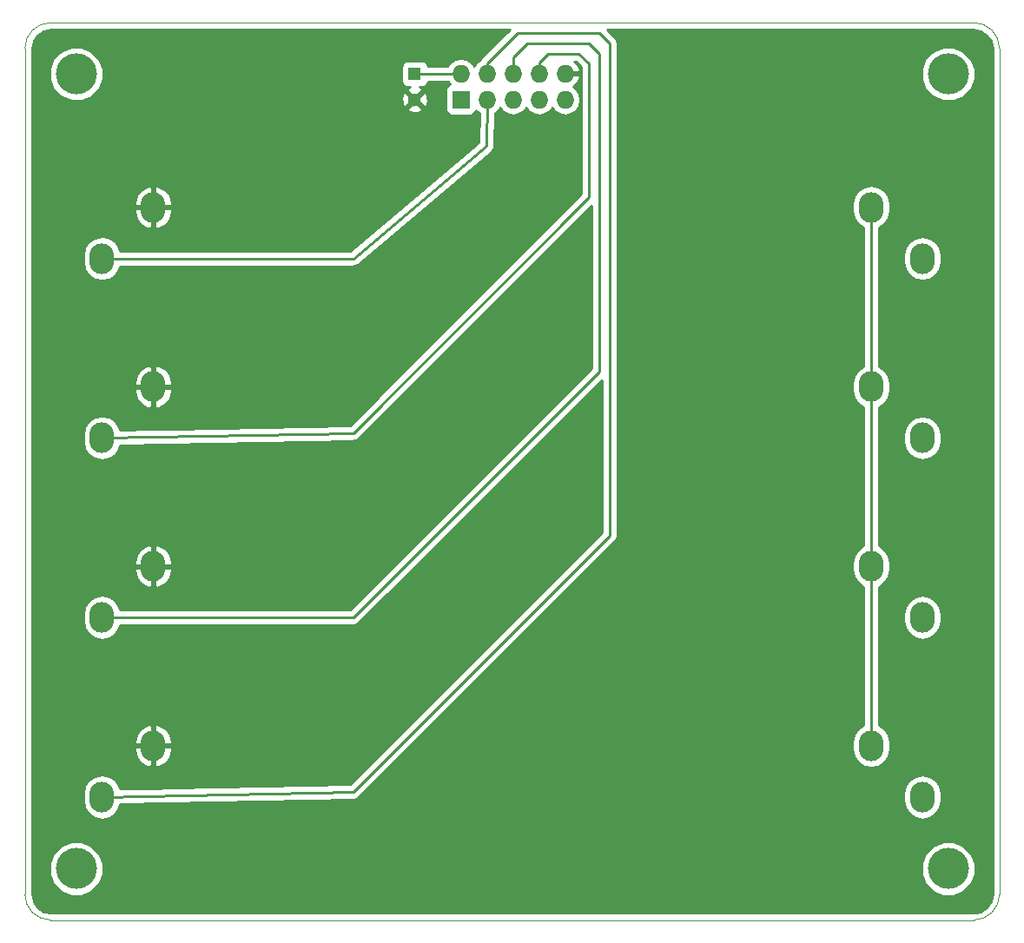
<source format=gtl>
G04 #@! TF.FileFunction,Copper,L1,Top,Signal*
%FSLAX46Y46*%
G04 Gerber Fmt 4.6, Leading zero omitted, Abs format (unit mm)*
G04 Created by KiCad (PCBNEW (2015-01-16 BZR 5376)-product) date 26/03/2015 17:18:18*
%MOMM*%
G01*
G04 APERTURE LIST*
%ADD10C,0.100000*%
%ADD11R,1.300000X1.300000*%
%ADD12C,1.300000*%
%ADD13O,2.400000X3.000000*%
%ADD14R,1.727200X1.727200*%
%ADD15O,1.727200X1.727200*%
%ADD16C,4.000000*%
%ADD17C,0.254000*%
G04 APERTURE END LIST*
D10*
X85000000Y-127500000D02*
X85000000Y-130000000D01*
X180000000Y-127500000D02*
X180000000Y-130000000D01*
X85000000Y-125000000D02*
X85000000Y-127500000D01*
X180000000Y-125000000D02*
X180000000Y-127500000D01*
X85000000Y-125000000D02*
X85000000Y-47500000D01*
X177500000Y-132500000D02*
X87500000Y-132500000D01*
X180000000Y-47500000D02*
X180000000Y-125000000D01*
X87500000Y-45000000D02*
G75*
G03X85000000Y-47500000I0J-2500000D01*
G01*
X85000000Y-130000000D02*
G75*
G03X87500000Y-132500000I2500000J0D01*
G01*
X177500000Y-132500000D02*
G75*
G03X180000000Y-130000000I0J2500000D01*
G01*
X180000000Y-47500000D02*
G75*
G03X177500000Y-45000000I-2500000J0D01*
G01*
X87500000Y-45000000D02*
X177500000Y-45000000D01*
D11*
X123000000Y-50000000D03*
D12*
X123000000Y-52500000D03*
D13*
X97500000Y-63000000D03*
X92500000Y-68000000D03*
X167500000Y-63000000D03*
X172500000Y-68000000D03*
X97500000Y-80500000D03*
X92500000Y-85500000D03*
X167500000Y-80500000D03*
X172500000Y-85500000D03*
X97500000Y-98000000D03*
X92500000Y-103000000D03*
X167500000Y-98000000D03*
X172500000Y-103000000D03*
X97500000Y-115500000D03*
X92500000Y-120500000D03*
X167500000Y-115500000D03*
X172500000Y-120500000D03*
D14*
X127500000Y-52500000D03*
D15*
X127500000Y-49960000D03*
X130040000Y-52500000D03*
X130040000Y-49960000D03*
X132580000Y-52500000D03*
X132580000Y-49960000D03*
X135120000Y-52500000D03*
X135120000Y-49960000D03*
X137660000Y-52500000D03*
X137660000Y-49960000D03*
D16*
X90000000Y-50000000D03*
X175000000Y-50000000D03*
X90000000Y-127500000D03*
X175000000Y-127500000D03*
D17*
X117000000Y-68000000D02*
X130000000Y-57000000D01*
X130000000Y-57000000D02*
X130040000Y-52500000D01*
X92500000Y-68000000D02*
X117000000Y-68000000D01*
X117000000Y-85000000D02*
X140000000Y-62000000D01*
X140000000Y-62000000D02*
X140000000Y-49000000D01*
X140000000Y-49000000D02*
X139000000Y-48000000D01*
X139000000Y-48000000D02*
X136000000Y-48000000D01*
X136000000Y-48000000D02*
X135120000Y-48880000D01*
X135120000Y-48880000D02*
X135120000Y-49960000D01*
X92500000Y-85500000D02*
X117000000Y-85000000D01*
X167500000Y-115500000D02*
X167500000Y-98000000D01*
X167500000Y-98000000D02*
X167500000Y-80500000D01*
X167500000Y-80500000D02*
X167500000Y-63000000D01*
X127460000Y-50000000D02*
X127500000Y-49960000D01*
X123000000Y-50000000D02*
X127460000Y-50000000D01*
X132580000Y-48420000D02*
X134000000Y-47000000D01*
X134000000Y-47000000D02*
X140000000Y-47000000D01*
X140000000Y-47000000D02*
X141000000Y-48000000D01*
X141000000Y-48000000D02*
X141000000Y-79000000D01*
X141000000Y-79000000D02*
X117000000Y-103000000D01*
X117000000Y-103000000D02*
X92500000Y-103000000D01*
X132580000Y-49960000D02*
X132580000Y-48420000D01*
X130040000Y-48960000D02*
X133000000Y-46000000D01*
X133000000Y-46000000D02*
X141000000Y-46000000D01*
X141000000Y-46000000D02*
X142000000Y-47000000D01*
X142000000Y-47000000D02*
X142000000Y-95000000D01*
X142000000Y-95000000D02*
X117000000Y-120000000D01*
X117000000Y-120000000D02*
X92500000Y-120500000D01*
X130040000Y-49960000D02*
X130040000Y-48960000D01*
G36*
X179315000Y-129932532D02*
X179164442Y-130689435D01*
X178773908Y-131273910D01*
X178189434Y-131664443D01*
X177635457Y-131774635D01*
X177635457Y-126978166D01*
X177635457Y-49478166D01*
X177235147Y-48509342D01*
X176494557Y-47767458D01*
X175526433Y-47365458D01*
X174478166Y-47364543D01*
X173509342Y-47764853D01*
X172767458Y-48505443D01*
X172365458Y-49473567D01*
X172364543Y-50521834D01*
X172764853Y-51490658D01*
X173505443Y-52232542D01*
X174473567Y-52634542D01*
X175521834Y-52635457D01*
X176490658Y-52235147D01*
X177232542Y-51494557D01*
X177634542Y-50526433D01*
X177635457Y-49478166D01*
X177635457Y-126978166D01*
X177235147Y-126009342D01*
X176494557Y-125267458D01*
X175526433Y-124865458D01*
X174478166Y-124864543D01*
X174335000Y-124923697D01*
X174335000Y-120841827D01*
X174335000Y-120158173D01*
X174335000Y-103341827D01*
X174335000Y-102658173D01*
X174335000Y-85841827D01*
X174335000Y-85158173D01*
X174335000Y-68341827D01*
X174335000Y-67658173D01*
X174195319Y-66955949D01*
X173797541Y-66360632D01*
X173202224Y-65962854D01*
X172500000Y-65823173D01*
X171797776Y-65962854D01*
X171202459Y-66360632D01*
X170804681Y-66955949D01*
X170665000Y-67658173D01*
X170665000Y-68341827D01*
X170804681Y-69044051D01*
X171202459Y-69639368D01*
X171797776Y-70037146D01*
X172500000Y-70176827D01*
X173202224Y-70037146D01*
X173797541Y-69639368D01*
X174195319Y-69044051D01*
X174335000Y-68341827D01*
X174335000Y-85158173D01*
X174195319Y-84455949D01*
X173797541Y-83860632D01*
X173202224Y-83462854D01*
X172500000Y-83323173D01*
X171797776Y-83462854D01*
X171202459Y-83860632D01*
X170804681Y-84455949D01*
X170665000Y-85158173D01*
X170665000Y-85841827D01*
X170804681Y-86544051D01*
X171202459Y-87139368D01*
X171797776Y-87537146D01*
X172500000Y-87676827D01*
X173202224Y-87537146D01*
X173797541Y-87139368D01*
X174195319Y-86544051D01*
X174335000Y-85841827D01*
X174335000Y-102658173D01*
X174195319Y-101955949D01*
X173797541Y-101360632D01*
X173202224Y-100962854D01*
X172500000Y-100823173D01*
X171797776Y-100962854D01*
X171202459Y-101360632D01*
X170804681Y-101955949D01*
X170665000Y-102658173D01*
X170665000Y-103341827D01*
X170804681Y-104044051D01*
X171202459Y-104639368D01*
X171797776Y-105037146D01*
X172500000Y-105176827D01*
X173202224Y-105037146D01*
X173797541Y-104639368D01*
X174195319Y-104044051D01*
X174335000Y-103341827D01*
X174335000Y-120158173D01*
X174195319Y-119455949D01*
X173797541Y-118860632D01*
X173202224Y-118462854D01*
X172500000Y-118323173D01*
X171797776Y-118462854D01*
X171202459Y-118860632D01*
X170804681Y-119455949D01*
X170665000Y-120158173D01*
X170665000Y-120841827D01*
X170804681Y-121544051D01*
X171202459Y-122139368D01*
X171797776Y-122537146D01*
X172500000Y-122676827D01*
X173202224Y-122537146D01*
X173797541Y-122139368D01*
X174195319Y-121544051D01*
X174335000Y-120841827D01*
X174335000Y-124923697D01*
X173509342Y-125264853D01*
X172767458Y-126005443D01*
X172365458Y-126973567D01*
X172364543Y-128021834D01*
X172764853Y-128990658D01*
X173505443Y-129732542D01*
X174473567Y-130134542D01*
X175521834Y-130135457D01*
X176490658Y-129735147D01*
X177232542Y-128994557D01*
X177634542Y-128026433D01*
X177635457Y-126978166D01*
X177635457Y-131774635D01*
X177432532Y-131815000D01*
X169335000Y-131815000D01*
X169335000Y-115841827D01*
X169335000Y-115158173D01*
X169195319Y-114455949D01*
X168797541Y-113860632D01*
X168262000Y-113502795D01*
X168262000Y-99997204D01*
X168797541Y-99639368D01*
X169195319Y-99044051D01*
X169335000Y-98341827D01*
X169335000Y-97658173D01*
X169195319Y-96955949D01*
X168797541Y-96360632D01*
X168262000Y-96002795D01*
X168262000Y-82497204D01*
X168797541Y-82139368D01*
X169195319Y-81544051D01*
X169335000Y-80841827D01*
X169335000Y-80158173D01*
X169195319Y-79455949D01*
X168797541Y-78860632D01*
X168262000Y-78502795D01*
X168262000Y-64997204D01*
X168797541Y-64639368D01*
X169195319Y-64044051D01*
X169335000Y-63341827D01*
X169335000Y-62658173D01*
X169195319Y-61955949D01*
X168797541Y-61360632D01*
X168202224Y-60962854D01*
X167500000Y-60823173D01*
X166797776Y-60962854D01*
X166202459Y-61360632D01*
X165804681Y-61955949D01*
X165665000Y-62658173D01*
X165665000Y-63341827D01*
X165804681Y-64044051D01*
X166202459Y-64639368D01*
X166738000Y-64997204D01*
X166738000Y-78502795D01*
X166202459Y-78860632D01*
X165804681Y-79455949D01*
X165665000Y-80158173D01*
X165665000Y-80841827D01*
X165804681Y-81544051D01*
X166202459Y-82139368D01*
X166738000Y-82497204D01*
X166738000Y-96002795D01*
X166202459Y-96360632D01*
X165804681Y-96955949D01*
X165665000Y-97658173D01*
X165665000Y-98341827D01*
X165804681Y-99044051D01*
X166202459Y-99639368D01*
X166738000Y-99997204D01*
X166738000Y-113502795D01*
X166202459Y-113860632D01*
X165804681Y-114455949D01*
X165665000Y-115158173D01*
X165665000Y-115841827D01*
X165804681Y-116544051D01*
X166202459Y-117139368D01*
X166797776Y-117537146D01*
X167500000Y-117676827D01*
X168202224Y-117537146D01*
X168797541Y-117139368D01*
X169195319Y-116544051D01*
X169335000Y-115841827D01*
X169335000Y-131815000D01*
X92635457Y-131815000D01*
X92635457Y-126978166D01*
X92235147Y-126009342D01*
X91494557Y-125267458D01*
X90526433Y-124865458D01*
X89478166Y-124864543D01*
X88509342Y-125264853D01*
X87767458Y-126005443D01*
X87365458Y-126973567D01*
X87364543Y-128021834D01*
X87764853Y-128990658D01*
X88505443Y-129732542D01*
X89473567Y-130134542D01*
X90521834Y-130135457D01*
X91490658Y-129735147D01*
X92232542Y-128994557D01*
X92634542Y-128026433D01*
X92635457Y-126978166D01*
X92635457Y-131815000D01*
X87567467Y-131815000D01*
X86810564Y-131664442D01*
X86226089Y-131273908D01*
X85835556Y-130689434D01*
X85685000Y-129932532D01*
X85685000Y-127500000D01*
X85685000Y-125000000D01*
X85685000Y-47567467D01*
X85835556Y-46810565D01*
X86226089Y-46226091D01*
X86810564Y-45835557D01*
X87567467Y-45685000D01*
X132237370Y-45685000D01*
X129501185Y-48421185D01*
X129378347Y-48605024D01*
X128980330Y-48870971D01*
X128770000Y-49185751D01*
X128559670Y-48870971D01*
X128073489Y-48546115D01*
X127500000Y-48432041D01*
X126926511Y-48546115D01*
X126440330Y-48870971D01*
X126195088Y-49238000D01*
X124275709Y-49238000D01*
X124250463Y-49107877D01*
X124110673Y-48895073D01*
X123899640Y-48752623D01*
X123650000Y-48702560D01*
X122350000Y-48702560D01*
X122107877Y-48749537D01*
X121895073Y-48889327D01*
X121752623Y-49100360D01*
X121702560Y-49350000D01*
X121702560Y-50650000D01*
X121749537Y-50892123D01*
X121889327Y-51104927D01*
X122100360Y-51247377D01*
X122350000Y-51297440D01*
X122512385Y-51297440D01*
X122336271Y-51370389D01*
X122280590Y-51600984D01*
X123000000Y-52320395D01*
X123719410Y-51600984D01*
X123663729Y-51370389D01*
X123454098Y-51297440D01*
X123650000Y-51297440D01*
X123892123Y-51250463D01*
X124104927Y-51110673D01*
X124247377Y-50899640D01*
X124274979Y-50762000D01*
X126248543Y-50762000D01*
X126427300Y-51029529D01*
X126394277Y-51035937D01*
X126181473Y-51175727D01*
X126039023Y-51386760D01*
X125988960Y-51636400D01*
X125988960Y-53363600D01*
X126035937Y-53605723D01*
X126175727Y-53818527D01*
X126386760Y-53960977D01*
X126636400Y-54011040D01*
X128363600Y-54011040D01*
X128605723Y-53964063D01*
X128818527Y-53824273D01*
X128960977Y-53613240D01*
X128969179Y-53572340D01*
X128980330Y-53589029D01*
X129266589Y-53780301D01*
X129241134Y-56643932D01*
X124297622Y-60826904D01*
X124297622Y-52680922D01*
X124268083Y-52170572D01*
X124129611Y-51836271D01*
X123899016Y-51780590D01*
X123179605Y-52500000D01*
X123899016Y-53219410D01*
X124129611Y-53163729D01*
X124297622Y-52680922D01*
X124297622Y-60826904D01*
X123719410Y-61316160D01*
X123719410Y-53399016D01*
X123000000Y-52679605D01*
X122820395Y-52859210D01*
X122820395Y-52500000D01*
X122100984Y-51780590D01*
X121870389Y-51836271D01*
X121702378Y-52319078D01*
X121731917Y-52829428D01*
X121870389Y-53163729D01*
X122100984Y-53219410D01*
X122820395Y-52500000D01*
X122820395Y-52859210D01*
X122280590Y-53399016D01*
X122336271Y-53629611D01*
X122819078Y-53797622D01*
X123329428Y-53768083D01*
X123663729Y-53629611D01*
X123719410Y-53399016D01*
X123719410Y-61316160D01*
X116720873Y-67238000D01*
X99335000Y-67238000D01*
X99335000Y-63427000D01*
X99335000Y-63127000D01*
X99335000Y-62873000D01*
X99335000Y-62573000D01*
X99146718Y-61880443D01*
X98707738Y-61312656D01*
X98084891Y-60956080D01*
X97911805Y-60911805D01*
X97627000Y-61028568D01*
X97627000Y-62873000D01*
X99335000Y-62873000D01*
X99335000Y-63127000D01*
X97627000Y-63127000D01*
X97627000Y-64971432D01*
X97911805Y-65088195D01*
X98084891Y-65043920D01*
X98707738Y-64687344D01*
X99146718Y-64119557D01*
X99335000Y-63427000D01*
X99335000Y-67238000D01*
X97373000Y-67238000D01*
X97373000Y-64971432D01*
X97373000Y-63127000D01*
X97373000Y-62873000D01*
X97373000Y-61028568D01*
X97088195Y-60911805D01*
X96915109Y-60956080D01*
X96292262Y-61312656D01*
X95853282Y-61880443D01*
X95665000Y-62573000D01*
X95665000Y-62873000D01*
X97373000Y-62873000D01*
X97373000Y-63127000D01*
X95665000Y-63127000D01*
X95665000Y-63427000D01*
X95853282Y-64119557D01*
X96292262Y-64687344D01*
X96915109Y-65043920D01*
X97088195Y-65088195D01*
X97373000Y-64971432D01*
X97373000Y-67238000D01*
X94251422Y-67238000D01*
X94195319Y-66955949D01*
X93797541Y-66360632D01*
X93202224Y-65962854D01*
X92635457Y-65850117D01*
X92635457Y-49478166D01*
X92235147Y-48509342D01*
X91494557Y-47767458D01*
X90526433Y-47365458D01*
X89478166Y-47364543D01*
X88509342Y-47764853D01*
X87767458Y-48505443D01*
X87365458Y-49473567D01*
X87364543Y-50521834D01*
X87764853Y-51490658D01*
X88505443Y-52232542D01*
X89473567Y-52634542D01*
X90521834Y-52635457D01*
X91490658Y-52235147D01*
X92232542Y-51494557D01*
X92634542Y-50526433D01*
X92635457Y-49478166D01*
X92635457Y-65850117D01*
X92500000Y-65823173D01*
X91797776Y-65962854D01*
X91202459Y-66360632D01*
X90804681Y-66955949D01*
X90665000Y-67658173D01*
X90665000Y-68341827D01*
X90804681Y-69044051D01*
X91202459Y-69639368D01*
X91797776Y-70037146D01*
X92500000Y-70176827D01*
X93202224Y-70037146D01*
X93797541Y-69639368D01*
X94195319Y-69044051D01*
X94251422Y-68762000D01*
X117000000Y-68762000D01*
X117115316Y-68739061D01*
X117232133Y-68725781D01*
X117260169Y-68710248D01*
X117291605Y-68703996D01*
X117389363Y-68638675D01*
X117492208Y-68581700D01*
X130492208Y-57581701D01*
X130510048Y-57559283D01*
X130534004Y-57543583D01*
X130602057Y-57443667D01*
X130677348Y-57349061D01*
X130685250Y-57321526D01*
X130701376Y-57297851D01*
X130726016Y-57179485D01*
X130759367Y-57063281D01*
X130756131Y-57034820D01*
X130761970Y-57006773D01*
X130790513Y-53795600D01*
X131099670Y-53589029D01*
X131310000Y-53274248D01*
X131520330Y-53589029D01*
X132006511Y-53913885D01*
X132580000Y-54027959D01*
X133153489Y-53913885D01*
X133639670Y-53589029D01*
X133850000Y-53274248D01*
X134060330Y-53589029D01*
X134546511Y-53913885D01*
X135120000Y-54027959D01*
X135693489Y-53913885D01*
X136179670Y-53589029D01*
X136390000Y-53274248D01*
X136600330Y-53589029D01*
X137086511Y-53913885D01*
X137660000Y-54027959D01*
X138233489Y-53913885D01*
X138719670Y-53589029D01*
X139044526Y-53102848D01*
X139158600Y-52529359D01*
X139158600Y-52470641D01*
X139044526Y-51897152D01*
X138719670Y-51410971D01*
X138448839Y-51230007D01*
X138866821Y-50848490D01*
X139114968Y-50319027D01*
X138994469Y-50087000D01*
X137787000Y-50087000D01*
X137787000Y-50107000D01*
X137533000Y-50107000D01*
X137533000Y-50087000D01*
X137513000Y-50087000D01*
X137513000Y-49833000D01*
X137533000Y-49833000D01*
X137533000Y-49813000D01*
X137787000Y-49813000D01*
X137787000Y-49833000D01*
X138994469Y-49833000D01*
X139114968Y-49600973D01*
X138866821Y-49071510D01*
X138527729Y-48762000D01*
X138684369Y-48762000D01*
X139238000Y-49315630D01*
X139238000Y-61684370D01*
X116677955Y-84244414D01*
X99335000Y-84598351D01*
X99335000Y-80927000D01*
X99335000Y-80627000D01*
X99335000Y-80373000D01*
X99335000Y-80073000D01*
X99146718Y-79380443D01*
X98707738Y-78812656D01*
X98084891Y-78456080D01*
X97911805Y-78411805D01*
X97627000Y-78528568D01*
X97627000Y-80373000D01*
X99335000Y-80373000D01*
X99335000Y-80627000D01*
X97627000Y-80627000D01*
X97627000Y-82471432D01*
X97911805Y-82588195D01*
X98084891Y-82543920D01*
X98707738Y-82187344D01*
X99146718Y-81619557D01*
X99335000Y-80927000D01*
X99335000Y-84598351D01*
X97373000Y-84638392D01*
X97373000Y-82471432D01*
X97373000Y-80627000D01*
X97373000Y-80373000D01*
X97373000Y-78528568D01*
X97088195Y-78411805D01*
X96915109Y-78456080D01*
X96292262Y-78812656D01*
X95853282Y-79380443D01*
X95665000Y-80073000D01*
X95665000Y-80373000D01*
X97373000Y-80373000D01*
X97373000Y-80627000D01*
X95665000Y-80627000D01*
X95665000Y-80927000D01*
X95853282Y-81619557D01*
X96292262Y-82187344D01*
X96915109Y-82543920D01*
X97088195Y-82588195D01*
X97373000Y-82471432D01*
X97373000Y-84638392D01*
X94244310Y-84702243D01*
X94195319Y-84455949D01*
X93797541Y-83860632D01*
X93202224Y-83462854D01*
X92500000Y-83323173D01*
X91797776Y-83462854D01*
X91202459Y-83860632D01*
X90804681Y-84455949D01*
X90665000Y-85158173D01*
X90665000Y-85841827D01*
X90804681Y-86544051D01*
X91202459Y-87139368D01*
X91797776Y-87537146D01*
X92500000Y-87676827D01*
X93202224Y-87537146D01*
X93797541Y-87139368D01*
X94195319Y-86544051D01*
X94258529Y-86226269D01*
X117015548Y-85761841D01*
X117153312Y-85731503D01*
X117291604Y-85703996D01*
X117298180Y-85699601D01*
X117305909Y-85697900D01*
X117421579Y-85617149D01*
X117538815Y-85538815D01*
X140238000Y-62839630D01*
X140238000Y-78684369D01*
X116684369Y-102238000D01*
X99335000Y-102238000D01*
X99335000Y-98427000D01*
X99335000Y-98127000D01*
X99335000Y-97873000D01*
X99335000Y-97573000D01*
X99146718Y-96880443D01*
X98707738Y-96312656D01*
X98084891Y-95956080D01*
X97911805Y-95911805D01*
X97627000Y-96028568D01*
X97627000Y-97873000D01*
X99335000Y-97873000D01*
X99335000Y-98127000D01*
X97627000Y-98127000D01*
X97627000Y-99971432D01*
X97911805Y-100088195D01*
X98084891Y-100043920D01*
X98707738Y-99687344D01*
X99146718Y-99119557D01*
X99335000Y-98427000D01*
X99335000Y-102238000D01*
X97373000Y-102238000D01*
X97373000Y-99971432D01*
X97373000Y-98127000D01*
X97373000Y-97873000D01*
X97373000Y-96028568D01*
X97088195Y-95911805D01*
X96915109Y-95956080D01*
X96292262Y-96312656D01*
X95853282Y-96880443D01*
X95665000Y-97573000D01*
X95665000Y-97873000D01*
X97373000Y-97873000D01*
X97373000Y-98127000D01*
X95665000Y-98127000D01*
X95665000Y-98427000D01*
X95853282Y-99119557D01*
X96292262Y-99687344D01*
X96915109Y-100043920D01*
X97088195Y-100088195D01*
X97373000Y-99971432D01*
X97373000Y-102238000D01*
X94251422Y-102238000D01*
X94195319Y-101955949D01*
X93797541Y-101360632D01*
X93202224Y-100962854D01*
X92500000Y-100823173D01*
X91797776Y-100962854D01*
X91202459Y-101360632D01*
X90804681Y-101955949D01*
X90665000Y-102658173D01*
X90665000Y-103341827D01*
X90804681Y-104044051D01*
X91202459Y-104639368D01*
X91797776Y-105037146D01*
X92500000Y-105176827D01*
X93202224Y-105037146D01*
X93797541Y-104639368D01*
X94195319Y-104044051D01*
X94251422Y-103762000D01*
X117000000Y-103762000D01*
X117000000Y-103761999D01*
X117291604Y-103703996D01*
X117291605Y-103703996D01*
X117538815Y-103538815D01*
X141238000Y-79839630D01*
X141238000Y-94684370D01*
X116677955Y-119244414D01*
X99335000Y-119598351D01*
X99335000Y-115927000D01*
X99335000Y-115627000D01*
X99335000Y-115373000D01*
X99335000Y-115073000D01*
X99146718Y-114380443D01*
X98707738Y-113812656D01*
X98084891Y-113456080D01*
X97911805Y-113411805D01*
X97627000Y-113528568D01*
X97627000Y-115373000D01*
X99335000Y-115373000D01*
X99335000Y-115627000D01*
X97627000Y-115627000D01*
X97627000Y-117471432D01*
X97911805Y-117588195D01*
X98084891Y-117543920D01*
X98707738Y-117187344D01*
X99146718Y-116619557D01*
X99335000Y-115927000D01*
X99335000Y-119598351D01*
X97373000Y-119638392D01*
X97373000Y-117471432D01*
X97373000Y-115627000D01*
X97373000Y-115373000D01*
X97373000Y-113528568D01*
X97088195Y-113411805D01*
X96915109Y-113456080D01*
X96292262Y-113812656D01*
X95853282Y-114380443D01*
X95665000Y-115073000D01*
X95665000Y-115373000D01*
X97373000Y-115373000D01*
X97373000Y-115627000D01*
X95665000Y-115627000D01*
X95665000Y-115927000D01*
X95853282Y-116619557D01*
X96292262Y-117187344D01*
X96915109Y-117543920D01*
X97088195Y-117588195D01*
X97373000Y-117471432D01*
X97373000Y-119638392D01*
X94244310Y-119702243D01*
X94195319Y-119455949D01*
X93797541Y-118860632D01*
X93202224Y-118462854D01*
X92500000Y-118323173D01*
X91797776Y-118462854D01*
X91202459Y-118860632D01*
X90804681Y-119455949D01*
X90665000Y-120158173D01*
X90665000Y-120841827D01*
X90804681Y-121544051D01*
X91202459Y-122139368D01*
X91797776Y-122537146D01*
X92500000Y-122676827D01*
X93202224Y-122537146D01*
X93797541Y-122139368D01*
X94195319Y-121544051D01*
X94258529Y-121226269D01*
X117015548Y-120761841D01*
X117153312Y-120731503D01*
X117291604Y-120703996D01*
X117298180Y-120699601D01*
X117305909Y-120697900D01*
X117421579Y-120617149D01*
X117538815Y-120538815D01*
X142538815Y-95538815D01*
X142703996Y-95291605D01*
X142761999Y-95000000D01*
X142762000Y-95000000D01*
X142762000Y-47000000D01*
X142703997Y-46708396D01*
X142703996Y-46708395D01*
X142538816Y-46461185D01*
X141762630Y-45685000D01*
X177432532Y-45685000D01*
X178189434Y-45835556D01*
X178773908Y-46226089D01*
X179164442Y-46810564D01*
X179315000Y-47567467D01*
X179315000Y-125000000D01*
X179315000Y-127500000D01*
X179315000Y-129932532D01*
X179315000Y-129932532D01*
G37*
X179315000Y-129932532D02*
X179164442Y-130689435D01*
X178773908Y-131273910D01*
X178189434Y-131664443D01*
X177635457Y-131774635D01*
X177635457Y-126978166D01*
X177635457Y-49478166D01*
X177235147Y-48509342D01*
X176494557Y-47767458D01*
X175526433Y-47365458D01*
X174478166Y-47364543D01*
X173509342Y-47764853D01*
X172767458Y-48505443D01*
X172365458Y-49473567D01*
X172364543Y-50521834D01*
X172764853Y-51490658D01*
X173505443Y-52232542D01*
X174473567Y-52634542D01*
X175521834Y-52635457D01*
X176490658Y-52235147D01*
X177232542Y-51494557D01*
X177634542Y-50526433D01*
X177635457Y-49478166D01*
X177635457Y-126978166D01*
X177235147Y-126009342D01*
X176494557Y-125267458D01*
X175526433Y-124865458D01*
X174478166Y-124864543D01*
X174335000Y-124923697D01*
X174335000Y-120841827D01*
X174335000Y-120158173D01*
X174335000Y-103341827D01*
X174335000Y-102658173D01*
X174335000Y-85841827D01*
X174335000Y-85158173D01*
X174335000Y-68341827D01*
X174335000Y-67658173D01*
X174195319Y-66955949D01*
X173797541Y-66360632D01*
X173202224Y-65962854D01*
X172500000Y-65823173D01*
X171797776Y-65962854D01*
X171202459Y-66360632D01*
X170804681Y-66955949D01*
X170665000Y-67658173D01*
X170665000Y-68341827D01*
X170804681Y-69044051D01*
X171202459Y-69639368D01*
X171797776Y-70037146D01*
X172500000Y-70176827D01*
X173202224Y-70037146D01*
X173797541Y-69639368D01*
X174195319Y-69044051D01*
X174335000Y-68341827D01*
X174335000Y-85158173D01*
X174195319Y-84455949D01*
X173797541Y-83860632D01*
X173202224Y-83462854D01*
X172500000Y-83323173D01*
X171797776Y-83462854D01*
X171202459Y-83860632D01*
X170804681Y-84455949D01*
X170665000Y-85158173D01*
X170665000Y-85841827D01*
X170804681Y-86544051D01*
X171202459Y-87139368D01*
X171797776Y-87537146D01*
X172500000Y-87676827D01*
X173202224Y-87537146D01*
X173797541Y-87139368D01*
X174195319Y-86544051D01*
X174335000Y-85841827D01*
X174335000Y-102658173D01*
X174195319Y-101955949D01*
X173797541Y-101360632D01*
X173202224Y-100962854D01*
X172500000Y-100823173D01*
X171797776Y-100962854D01*
X171202459Y-101360632D01*
X170804681Y-101955949D01*
X170665000Y-102658173D01*
X170665000Y-103341827D01*
X170804681Y-104044051D01*
X171202459Y-104639368D01*
X171797776Y-105037146D01*
X172500000Y-105176827D01*
X173202224Y-105037146D01*
X173797541Y-104639368D01*
X174195319Y-104044051D01*
X174335000Y-103341827D01*
X174335000Y-120158173D01*
X174195319Y-119455949D01*
X173797541Y-118860632D01*
X173202224Y-118462854D01*
X172500000Y-118323173D01*
X171797776Y-118462854D01*
X171202459Y-118860632D01*
X170804681Y-119455949D01*
X170665000Y-120158173D01*
X170665000Y-120841827D01*
X170804681Y-121544051D01*
X171202459Y-122139368D01*
X171797776Y-122537146D01*
X172500000Y-122676827D01*
X173202224Y-122537146D01*
X173797541Y-122139368D01*
X174195319Y-121544051D01*
X174335000Y-120841827D01*
X174335000Y-124923697D01*
X173509342Y-125264853D01*
X172767458Y-126005443D01*
X172365458Y-126973567D01*
X172364543Y-128021834D01*
X172764853Y-128990658D01*
X173505443Y-129732542D01*
X174473567Y-130134542D01*
X175521834Y-130135457D01*
X176490658Y-129735147D01*
X177232542Y-128994557D01*
X177634542Y-128026433D01*
X177635457Y-126978166D01*
X177635457Y-131774635D01*
X177432532Y-131815000D01*
X169335000Y-131815000D01*
X169335000Y-115841827D01*
X169335000Y-115158173D01*
X169195319Y-114455949D01*
X168797541Y-113860632D01*
X168262000Y-113502795D01*
X168262000Y-99997204D01*
X168797541Y-99639368D01*
X169195319Y-99044051D01*
X169335000Y-98341827D01*
X169335000Y-97658173D01*
X169195319Y-96955949D01*
X168797541Y-96360632D01*
X168262000Y-96002795D01*
X168262000Y-82497204D01*
X168797541Y-82139368D01*
X169195319Y-81544051D01*
X169335000Y-80841827D01*
X169335000Y-80158173D01*
X169195319Y-79455949D01*
X168797541Y-78860632D01*
X168262000Y-78502795D01*
X168262000Y-64997204D01*
X168797541Y-64639368D01*
X169195319Y-64044051D01*
X169335000Y-63341827D01*
X169335000Y-62658173D01*
X169195319Y-61955949D01*
X168797541Y-61360632D01*
X168202224Y-60962854D01*
X167500000Y-60823173D01*
X166797776Y-60962854D01*
X166202459Y-61360632D01*
X165804681Y-61955949D01*
X165665000Y-62658173D01*
X165665000Y-63341827D01*
X165804681Y-64044051D01*
X166202459Y-64639368D01*
X166738000Y-64997204D01*
X166738000Y-78502795D01*
X166202459Y-78860632D01*
X165804681Y-79455949D01*
X165665000Y-80158173D01*
X165665000Y-80841827D01*
X165804681Y-81544051D01*
X166202459Y-82139368D01*
X166738000Y-82497204D01*
X166738000Y-96002795D01*
X166202459Y-96360632D01*
X165804681Y-96955949D01*
X165665000Y-97658173D01*
X165665000Y-98341827D01*
X165804681Y-99044051D01*
X166202459Y-99639368D01*
X166738000Y-99997204D01*
X166738000Y-113502795D01*
X166202459Y-113860632D01*
X165804681Y-114455949D01*
X165665000Y-115158173D01*
X165665000Y-115841827D01*
X165804681Y-116544051D01*
X166202459Y-117139368D01*
X166797776Y-117537146D01*
X167500000Y-117676827D01*
X168202224Y-117537146D01*
X168797541Y-117139368D01*
X169195319Y-116544051D01*
X169335000Y-115841827D01*
X169335000Y-131815000D01*
X92635457Y-131815000D01*
X92635457Y-126978166D01*
X92235147Y-126009342D01*
X91494557Y-125267458D01*
X90526433Y-124865458D01*
X89478166Y-124864543D01*
X88509342Y-125264853D01*
X87767458Y-126005443D01*
X87365458Y-126973567D01*
X87364543Y-128021834D01*
X87764853Y-128990658D01*
X88505443Y-129732542D01*
X89473567Y-130134542D01*
X90521834Y-130135457D01*
X91490658Y-129735147D01*
X92232542Y-128994557D01*
X92634542Y-128026433D01*
X92635457Y-126978166D01*
X92635457Y-131815000D01*
X87567467Y-131815000D01*
X86810564Y-131664442D01*
X86226089Y-131273908D01*
X85835556Y-130689434D01*
X85685000Y-129932532D01*
X85685000Y-127500000D01*
X85685000Y-125000000D01*
X85685000Y-47567467D01*
X85835556Y-46810565D01*
X86226089Y-46226091D01*
X86810564Y-45835557D01*
X87567467Y-45685000D01*
X132237370Y-45685000D01*
X129501185Y-48421185D01*
X129378347Y-48605024D01*
X128980330Y-48870971D01*
X128770000Y-49185751D01*
X128559670Y-48870971D01*
X128073489Y-48546115D01*
X127500000Y-48432041D01*
X126926511Y-48546115D01*
X126440330Y-48870971D01*
X126195088Y-49238000D01*
X124275709Y-49238000D01*
X124250463Y-49107877D01*
X124110673Y-48895073D01*
X123899640Y-48752623D01*
X123650000Y-48702560D01*
X122350000Y-48702560D01*
X122107877Y-48749537D01*
X121895073Y-48889327D01*
X121752623Y-49100360D01*
X121702560Y-49350000D01*
X121702560Y-50650000D01*
X121749537Y-50892123D01*
X121889327Y-51104927D01*
X122100360Y-51247377D01*
X122350000Y-51297440D01*
X122512385Y-51297440D01*
X122336271Y-51370389D01*
X122280590Y-51600984D01*
X123000000Y-52320395D01*
X123719410Y-51600984D01*
X123663729Y-51370389D01*
X123454098Y-51297440D01*
X123650000Y-51297440D01*
X123892123Y-51250463D01*
X124104927Y-51110673D01*
X124247377Y-50899640D01*
X124274979Y-50762000D01*
X126248543Y-50762000D01*
X126427300Y-51029529D01*
X126394277Y-51035937D01*
X126181473Y-51175727D01*
X126039023Y-51386760D01*
X125988960Y-51636400D01*
X125988960Y-53363600D01*
X126035937Y-53605723D01*
X126175727Y-53818527D01*
X126386760Y-53960977D01*
X126636400Y-54011040D01*
X128363600Y-54011040D01*
X128605723Y-53964063D01*
X128818527Y-53824273D01*
X128960977Y-53613240D01*
X128969179Y-53572340D01*
X128980330Y-53589029D01*
X129266589Y-53780301D01*
X129241134Y-56643932D01*
X124297622Y-60826904D01*
X124297622Y-52680922D01*
X124268083Y-52170572D01*
X124129611Y-51836271D01*
X123899016Y-51780590D01*
X123179605Y-52500000D01*
X123899016Y-53219410D01*
X124129611Y-53163729D01*
X124297622Y-52680922D01*
X124297622Y-60826904D01*
X123719410Y-61316160D01*
X123719410Y-53399016D01*
X123000000Y-52679605D01*
X122820395Y-52859210D01*
X122820395Y-52500000D01*
X122100984Y-51780590D01*
X121870389Y-51836271D01*
X121702378Y-52319078D01*
X121731917Y-52829428D01*
X121870389Y-53163729D01*
X122100984Y-53219410D01*
X122820395Y-52500000D01*
X122820395Y-52859210D01*
X122280590Y-53399016D01*
X122336271Y-53629611D01*
X122819078Y-53797622D01*
X123329428Y-53768083D01*
X123663729Y-53629611D01*
X123719410Y-53399016D01*
X123719410Y-61316160D01*
X116720873Y-67238000D01*
X99335000Y-67238000D01*
X99335000Y-63427000D01*
X99335000Y-63127000D01*
X99335000Y-62873000D01*
X99335000Y-62573000D01*
X99146718Y-61880443D01*
X98707738Y-61312656D01*
X98084891Y-60956080D01*
X97911805Y-60911805D01*
X97627000Y-61028568D01*
X97627000Y-62873000D01*
X99335000Y-62873000D01*
X99335000Y-63127000D01*
X97627000Y-63127000D01*
X97627000Y-64971432D01*
X97911805Y-65088195D01*
X98084891Y-65043920D01*
X98707738Y-64687344D01*
X99146718Y-64119557D01*
X99335000Y-63427000D01*
X99335000Y-67238000D01*
X97373000Y-67238000D01*
X97373000Y-64971432D01*
X97373000Y-63127000D01*
X97373000Y-62873000D01*
X97373000Y-61028568D01*
X97088195Y-60911805D01*
X96915109Y-60956080D01*
X96292262Y-61312656D01*
X95853282Y-61880443D01*
X95665000Y-62573000D01*
X95665000Y-62873000D01*
X97373000Y-62873000D01*
X97373000Y-63127000D01*
X95665000Y-63127000D01*
X95665000Y-63427000D01*
X95853282Y-64119557D01*
X96292262Y-64687344D01*
X96915109Y-65043920D01*
X97088195Y-65088195D01*
X97373000Y-64971432D01*
X97373000Y-67238000D01*
X94251422Y-67238000D01*
X94195319Y-66955949D01*
X93797541Y-66360632D01*
X93202224Y-65962854D01*
X92635457Y-65850117D01*
X92635457Y-49478166D01*
X92235147Y-48509342D01*
X91494557Y-47767458D01*
X90526433Y-47365458D01*
X89478166Y-47364543D01*
X88509342Y-47764853D01*
X87767458Y-48505443D01*
X87365458Y-49473567D01*
X87364543Y-50521834D01*
X87764853Y-51490658D01*
X88505443Y-52232542D01*
X89473567Y-52634542D01*
X90521834Y-52635457D01*
X91490658Y-52235147D01*
X92232542Y-51494557D01*
X92634542Y-50526433D01*
X92635457Y-49478166D01*
X92635457Y-65850117D01*
X92500000Y-65823173D01*
X91797776Y-65962854D01*
X91202459Y-66360632D01*
X90804681Y-66955949D01*
X90665000Y-67658173D01*
X90665000Y-68341827D01*
X90804681Y-69044051D01*
X91202459Y-69639368D01*
X91797776Y-70037146D01*
X92500000Y-70176827D01*
X93202224Y-70037146D01*
X93797541Y-69639368D01*
X94195319Y-69044051D01*
X94251422Y-68762000D01*
X117000000Y-68762000D01*
X117115316Y-68739061D01*
X117232133Y-68725781D01*
X117260169Y-68710248D01*
X117291605Y-68703996D01*
X117389363Y-68638675D01*
X117492208Y-68581700D01*
X130492208Y-57581701D01*
X130510048Y-57559283D01*
X130534004Y-57543583D01*
X130602057Y-57443667D01*
X130677348Y-57349061D01*
X130685250Y-57321526D01*
X130701376Y-57297851D01*
X130726016Y-57179485D01*
X130759367Y-57063281D01*
X130756131Y-57034820D01*
X130761970Y-57006773D01*
X130790513Y-53795600D01*
X131099670Y-53589029D01*
X131310000Y-53274248D01*
X131520330Y-53589029D01*
X132006511Y-53913885D01*
X132580000Y-54027959D01*
X133153489Y-53913885D01*
X133639670Y-53589029D01*
X133850000Y-53274248D01*
X134060330Y-53589029D01*
X134546511Y-53913885D01*
X135120000Y-54027959D01*
X135693489Y-53913885D01*
X136179670Y-53589029D01*
X136390000Y-53274248D01*
X136600330Y-53589029D01*
X137086511Y-53913885D01*
X137660000Y-54027959D01*
X138233489Y-53913885D01*
X138719670Y-53589029D01*
X139044526Y-53102848D01*
X139158600Y-52529359D01*
X139158600Y-52470641D01*
X139044526Y-51897152D01*
X138719670Y-51410971D01*
X138448839Y-51230007D01*
X138866821Y-50848490D01*
X139114968Y-50319027D01*
X138994469Y-50087000D01*
X137787000Y-50087000D01*
X137787000Y-50107000D01*
X137533000Y-50107000D01*
X137533000Y-50087000D01*
X137513000Y-50087000D01*
X137513000Y-49833000D01*
X137533000Y-49833000D01*
X137533000Y-49813000D01*
X137787000Y-49813000D01*
X137787000Y-49833000D01*
X138994469Y-49833000D01*
X139114968Y-49600973D01*
X138866821Y-49071510D01*
X138527729Y-48762000D01*
X138684369Y-48762000D01*
X139238000Y-49315630D01*
X139238000Y-61684370D01*
X116677955Y-84244414D01*
X99335000Y-84598351D01*
X99335000Y-80927000D01*
X99335000Y-80627000D01*
X99335000Y-80373000D01*
X99335000Y-80073000D01*
X99146718Y-79380443D01*
X98707738Y-78812656D01*
X98084891Y-78456080D01*
X97911805Y-78411805D01*
X97627000Y-78528568D01*
X97627000Y-80373000D01*
X99335000Y-80373000D01*
X99335000Y-80627000D01*
X97627000Y-80627000D01*
X97627000Y-82471432D01*
X97911805Y-82588195D01*
X98084891Y-82543920D01*
X98707738Y-82187344D01*
X99146718Y-81619557D01*
X99335000Y-80927000D01*
X99335000Y-84598351D01*
X97373000Y-84638392D01*
X97373000Y-82471432D01*
X97373000Y-80627000D01*
X97373000Y-80373000D01*
X97373000Y-78528568D01*
X97088195Y-78411805D01*
X96915109Y-78456080D01*
X96292262Y-78812656D01*
X95853282Y-79380443D01*
X95665000Y-80073000D01*
X95665000Y-80373000D01*
X97373000Y-80373000D01*
X97373000Y-80627000D01*
X95665000Y-80627000D01*
X95665000Y-80927000D01*
X95853282Y-81619557D01*
X96292262Y-82187344D01*
X96915109Y-82543920D01*
X97088195Y-82588195D01*
X97373000Y-82471432D01*
X97373000Y-84638392D01*
X94244310Y-84702243D01*
X94195319Y-84455949D01*
X93797541Y-83860632D01*
X93202224Y-83462854D01*
X92500000Y-83323173D01*
X91797776Y-83462854D01*
X91202459Y-83860632D01*
X90804681Y-84455949D01*
X90665000Y-85158173D01*
X90665000Y-85841827D01*
X90804681Y-86544051D01*
X91202459Y-87139368D01*
X91797776Y-87537146D01*
X92500000Y-87676827D01*
X93202224Y-87537146D01*
X93797541Y-87139368D01*
X94195319Y-86544051D01*
X94258529Y-86226269D01*
X117015548Y-85761841D01*
X117153312Y-85731503D01*
X117291604Y-85703996D01*
X117298180Y-85699601D01*
X117305909Y-85697900D01*
X117421579Y-85617149D01*
X117538815Y-85538815D01*
X140238000Y-62839630D01*
X140238000Y-78684369D01*
X116684369Y-102238000D01*
X99335000Y-102238000D01*
X99335000Y-98427000D01*
X99335000Y-98127000D01*
X99335000Y-97873000D01*
X99335000Y-97573000D01*
X99146718Y-96880443D01*
X98707738Y-96312656D01*
X98084891Y-95956080D01*
X97911805Y-95911805D01*
X97627000Y-96028568D01*
X97627000Y-97873000D01*
X99335000Y-97873000D01*
X99335000Y-98127000D01*
X97627000Y-98127000D01*
X97627000Y-99971432D01*
X97911805Y-100088195D01*
X98084891Y-100043920D01*
X98707738Y-99687344D01*
X99146718Y-99119557D01*
X99335000Y-98427000D01*
X99335000Y-102238000D01*
X97373000Y-102238000D01*
X97373000Y-99971432D01*
X97373000Y-98127000D01*
X97373000Y-97873000D01*
X97373000Y-96028568D01*
X97088195Y-95911805D01*
X96915109Y-95956080D01*
X96292262Y-96312656D01*
X95853282Y-96880443D01*
X95665000Y-97573000D01*
X95665000Y-97873000D01*
X97373000Y-97873000D01*
X97373000Y-98127000D01*
X95665000Y-98127000D01*
X95665000Y-98427000D01*
X95853282Y-99119557D01*
X96292262Y-99687344D01*
X96915109Y-100043920D01*
X97088195Y-100088195D01*
X97373000Y-99971432D01*
X97373000Y-102238000D01*
X94251422Y-102238000D01*
X94195319Y-101955949D01*
X93797541Y-101360632D01*
X93202224Y-100962854D01*
X92500000Y-100823173D01*
X91797776Y-100962854D01*
X91202459Y-101360632D01*
X90804681Y-101955949D01*
X90665000Y-102658173D01*
X90665000Y-103341827D01*
X90804681Y-104044051D01*
X91202459Y-104639368D01*
X91797776Y-105037146D01*
X92500000Y-105176827D01*
X93202224Y-105037146D01*
X93797541Y-104639368D01*
X94195319Y-104044051D01*
X94251422Y-103762000D01*
X117000000Y-103762000D01*
X117000000Y-103761999D01*
X117291604Y-103703996D01*
X117291605Y-103703996D01*
X117538815Y-103538815D01*
X141238000Y-79839630D01*
X141238000Y-94684370D01*
X116677955Y-119244414D01*
X99335000Y-119598351D01*
X99335000Y-115927000D01*
X99335000Y-115627000D01*
X99335000Y-115373000D01*
X99335000Y-115073000D01*
X99146718Y-114380443D01*
X98707738Y-113812656D01*
X98084891Y-113456080D01*
X97911805Y-113411805D01*
X97627000Y-113528568D01*
X97627000Y-115373000D01*
X99335000Y-115373000D01*
X99335000Y-115627000D01*
X97627000Y-115627000D01*
X97627000Y-117471432D01*
X97911805Y-117588195D01*
X98084891Y-117543920D01*
X98707738Y-117187344D01*
X99146718Y-116619557D01*
X99335000Y-115927000D01*
X99335000Y-119598351D01*
X97373000Y-119638392D01*
X97373000Y-117471432D01*
X97373000Y-115627000D01*
X97373000Y-115373000D01*
X97373000Y-113528568D01*
X97088195Y-113411805D01*
X96915109Y-113456080D01*
X96292262Y-113812656D01*
X95853282Y-114380443D01*
X95665000Y-115073000D01*
X95665000Y-115373000D01*
X97373000Y-115373000D01*
X97373000Y-115627000D01*
X95665000Y-115627000D01*
X95665000Y-115927000D01*
X95853282Y-116619557D01*
X96292262Y-117187344D01*
X96915109Y-117543920D01*
X97088195Y-117588195D01*
X97373000Y-117471432D01*
X97373000Y-119638392D01*
X94244310Y-119702243D01*
X94195319Y-119455949D01*
X93797541Y-118860632D01*
X93202224Y-118462854D01*
X92500000Y-118323173D01*
X91797776Y-118462854D01*
X91202459Y-118860632D01*
X90804681Y-119455949D01*
X90665000Y-120158173D01*
X90665000Y-120841827D01*
X90804681Y-121544051D01*
X91202459Y-122139368D01*
X91797776Y-122537146D01*
X92500000Y-122676827D01*
X93202224Y-122537146D01*
X93797541Y-122139368D01*
X94195319Y-121544051D01*
X94258529Y-121226269D01*
X117015548Y-120761841D01*
X117153312Y-120731503D01*
X117291604Y-120703996D01*
X117298180Y-120699601D01*
X117305909Y-120697900D01*
X117421579Y-120617149D01*
X117538815Y-120538815D01*
X142538815Y-95538815D01*
X142703996Y-95291605D01*
X142761999Y-95000000D01*
X142762000Y-95000000D01*
X142762000Y-47000000D01*
X142703997Y-46708396D01*
X142703996Y-46708395D01*
X142538816Y-46461185D01*
X141762630Y-45685000D01*
X177432532Y-45685000D01*
X178189434Y-45835556D01*
X178773908Y-46226089D01*
X179164442Y-46810564D01*
X179315000Y-47567467D01*
X179315000Y-125000000D01*
X179315000Y-127500000D01*
X179315000Y-129932532D01*
M02*

</source>
